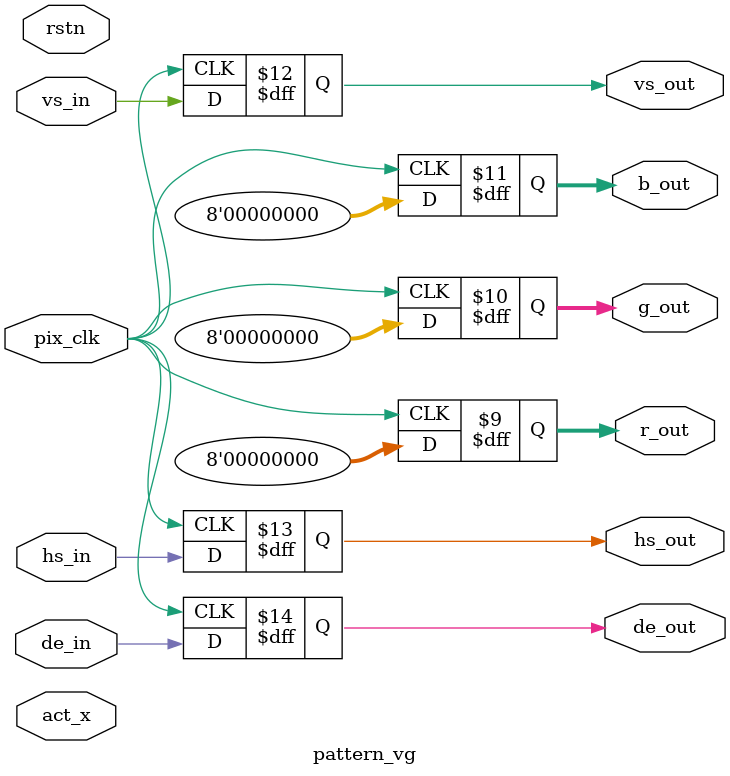
<source format=v>
`timescale 1ns / 1ps

`define UD #1


module pattern_vg # (
    parameter                            COCLOR_DEPP=8, // number of bits per channel
    parameter                            X_BITS=13,
    parameter                            Y_BITS=13,
    parameter                            H_ACT = 12'd1280,
    parameter                            V_ACT = 12'd720
)(                                       
    input                                rstn, 
    input                                pix_clk,
    input [X_BITS-1:0]                   act_x,
    input                                vs_in, 
    input                                hs_in, 
    input                                de_in,
    
    output reg                           vs_out, 
    output reg                           hs_out, 
    output reg                           de_out,
    output reg [COCLOR_DEPP-1:0]         r_out, 
    output reg [COCLOR_DEPP-1:0]         g_out, 
    output reg [COCLOR_DEPP-1:0]         b_out
);
    localparam H_ACT_ARRAY_0 = H_ACT/8;
    localparam H_ACT_ARRAY_1 = 2* (H_ACT/8);
    localparam H_ACT_ARRAY_2 = 3* (H_ACT/8);
    localparam H_ACT_ARRAY_3 = 4* (H_ACT/8);
    localparam H_ACT_ARRAY_4 = 5* (H_ACT/8);
    localparam H_ACT_ARRAY_5 = 6* (H_ACT/8);
    localparam H_ACT_ARRAY_6 = 7* (H_ACT/8);
    localparam H_ACT_ARRAY_7 = 8* (H_ACT/8);

    localparam color = 24'h05_34_10;
    


    always @(posedge pix_clk)
    begin
        vs_out <= `UD vs_in;
        hs_out <= `UD hs_in;
        de_out <= `UD de_in;
    end
    always @(posedge pix_clk)
    begin
        if (de_in)
        begin
            r_out <= 8'h00;
            g_out <= 8'h00;
            b_out <= 8'h00;
        end
        else begin
            r_out <= 8'h00;
            g_out <= 8'h00;
            b_out <= 8'h00;
        end
    end 
/*    always @(posedge pix_clk)
    begin
        if (de_in)
        begin
            if(act_x < H_ACT_ARRAY_0)
            begin
                r_out <= 8'hff;
                g_out <= 8'hff;
                b_out <= 8'hff;
            end
            else if(act_x < H_ACT_ARRAY_1)
            begin
                r_out <= 8'hff;
                g_out <= 8'hff;
                b_out <= 8'h00;
            end
            else if(act_x < H_ACT_ARRAY_2)
            begin
                r_out <= 8'h00;
                g_out <= 8'hff;
                b_out <= 8'hff;
            end
            else if(act_x < H_ACT_ARRAY_3)
            begin
                r_out <= 8'h00;
                g_out <= 8'hff;
                b_out <= 8'h00;
            end
            else if(act_x < H_ACT_ARRAY_4)
            begin
                r_out <= 8'hff;
                g_out <= 8'h00;
                b_out <= 8'hff;
            end
            else if(act_x < H_ACT_ARRAY_5)
            begin
                r_out <= 8'hff;
                g_out <= 8'h00;
                b_out <= 8'h00;
            end
            else if(act_x < H_ACT_ARRAY_6)
            begin
                r_out <= 8'h00;
                g_out <= 8'h00;
                b_out <= 8'hff;
            end
            else
            begin
                r_out <= 8'h0;
                g_out <= 8'h0;
                b_out <= 8'h0;
            end
        end
        else
        begin
            r_out <= 8'h00;
            g_out <= 8'h00;
            b_out <= 8'h00;
        end
    end
    */
endmodule

</source>
